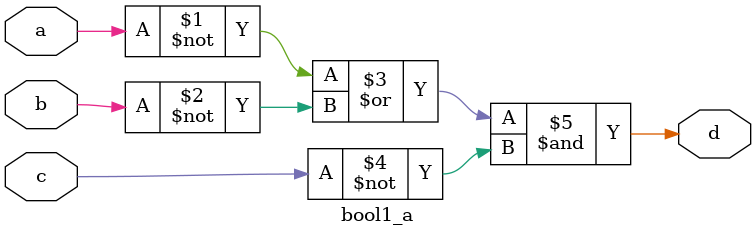
<source format=v>
`timescale 1ns / 1ps


module bool1_a(
    input a,b,c,
    output d
    );
assign d=(~a|~b)&~c;
endmodule

</source>
